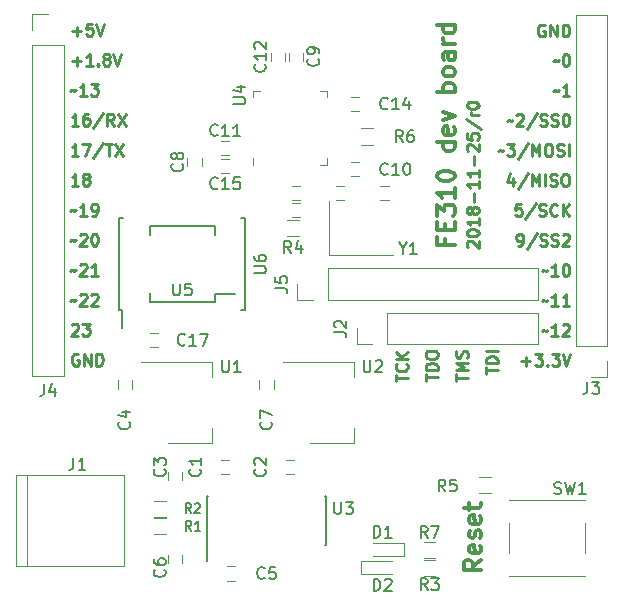
<source format=gbr>
G04 #@! TF.GenerationSoftware,KiCad,Pcbnew,(5.0.1-3-g963ef8bb5)*
G04 #@! TF.CreationDate,2018-11-25T15:30:40-05:00*
G04 #@! TF.ProjectId,fe310-dev,66653331302D6465762E6B696361645F,rev?*
G04 #@! TF.SameCoordinates,Original*
G04 #@! TF.FileFunction,Legend,Top*
G04 #@! TF.FilePolarity,Positive*
%FSLAX46Y46*%
G04 Gerber Fmt 4.6, Leading zero omitted, Abs format (unit mm)*
G04 Created by KiCad (PCBNEW (5.0.1-3-g963ef8bb5)) date Sunday, November 25, 2018 at 03:30:40 PM*
%MOMM*%
%LPD*%
G01*
G04 APERTURE LIST*
%ADD10C,0.250000*%
%ADD11C,0.300000*%
%ADD12C,0.150000*%
%ADD13C,0.120000*%
G04 APERTURE END LIST*
D10*
X57547619Y-35397023D02*
X57500000Y-35349404D01*
X57452380Y-35254166D01*
X57452380Y-35016071D01*
X57500000Y-34920833D01*
X57547619Y-34873214D01*
X57642857Y-34825595D01*
X57738095Y-34825595D01*
X57880952Y-34873214D01*
X58452380Y-35444642D01*
X58452380Y-34825595D01*
X57452380Y-34206547D02*
X57452380Y-34111309D01*
X57500000Y-34016071D01*
X57547619Y-33968452D01*
X57642857Y-33920833D01*
X57833333Y-33873214D01*
X58071428Y-33873214D01*
X58261904Y-33920833D01*
X58357142Y-33968452D01*
X58404761Y-34016071D01*
X58452380Y-34111309D01*
X58452380Y-34206547D01*
X58404761Y-34301785D01*
X58357142Y-34349404D01*
X58261904Y-34397023D01*
X58071428Y-34444642D01*
X57833333Y-34444642D01*
X57642857Y-34397023D01*
X57547619Y-34349404D01*
X57500000Y-34301785D01*
X57452380Y-34206547D01*
X58452380Y-32920833D02*
X58452380Y-33492261D01*
X58452380Y-33206547D02*
X57452380Y-33206547D01*
X57595238Y-33301785D01*
X57690476Y-33397023D01*
X57738095Y-33492261D01*
X57880952Y-32349404D02*
X57833333Y-32444642D01*
X57785714Y-32492261D01*
X57690476Y-32539880D01*
X57642857Y-32539880D01*
X57547619Y-32492261D01*
X57500000Y-32444642D01*
X57452380Y-32349404D01*
X57452380Y-32158928D01*
X57500000Y-32063690D01*
X57547619Y-32016071D01*
X57642857Y-31968452D01*
X57690476Y-31968452D01*
X57785714Y-32016071D01*
X57833333Y-32063690D01*
X57880952Y-32158928D01*
X57880952Y-32349404D01*
X57928571Y-32444642D01*
X57976190Y-32492261D01*
X58071428Y-32539880D01*
X58261904Y-32539880D01*
X58357142Y-32492261D01*
X58404761Y-32444642D01*
X58452380Y-32349404D01*
X58452380Y-32158928D01*
X58404761Y-32063690D01*
X58357142Y-32016071D01*
X58261904Y-31968452D01*
X58071428Y-31968452D01*
X57976190Y-32016071D01*
X57928571Y-32063690D01*
X57880952Y-32158928D01*
X58071428Y-31539880D02*
X58071428Y-30777976D01*
X58452380Y-29777976D02*
X58452380Y-30349404D01*
X58452380Y-30063690D02*
X57452380Y-30063690D01*
X57595238Y-30158928D01*
X57690476Y-30254166D01*
X57738095Y-30349404D01*
X58452380Y-28825595D02*
X58452380Y-29397023D01*
X58452380Y-29111309D02*
X57452380Y-29111309D01*
X57595238Y-29206547D01*
X57690476Y-29301785D01*
X57738095Y-29397023D01*
X58071428Y-28397023D02*
X58071428Y-27635119D01*
X57547619Y-27206547D02*
X57500000Y-27158928D01*
X57452380Y-27063690D01*
X57452380Y-26825595D01*
X57500000Y-26730357D01*
X57547619Y-26682738D01*
X57642857Y-26635119D01*
X57738095Y-26635119D01*
X57880952Y-26682738D01*
X58452380Y-27254166D01*
X58452380Y-26635119D01*
X57452380Y-25730357D02*
X57452380Y-26206547D01*
X57928571Y-26254166D01*
X57880952Y-26206547D01*
X57833333Y-26111309D01*
X57833333Y-25873214D01*
X57880952Y-25777976D01*
X57928571Y-25730357D01*
X58023809Y-25682738D01*
X58261904Y-25682738D01*
X58357142Y-25730357D01*
X58404761Y-25777976D01*
X58452380Y-25873214D01*
X58452380Y-26111309D01*
X58404761Y-26206547D01*
X58357142Y-26254166D01*
X57404761Y-24539880D02*
X58690476Y-25397023D01*
X58452380Y-24206547D02*
X57785714Y-24206547D01*
X57976190Y-24206547D02*
X57880952Y-24158928D01*
X57833333Y-24111309D01*
X57785714Y-24016071D01*
X57785714Y-23920833D01*
X57452380Y-23397023D02*
X57452380Y-23301785D01*
X57500000Y-23206547D01*
X57547619Y-23158928D01*
X57642857Y-23111309D01*
X57833333Y-23063690D01*
X58071428Y-23063690D01*
X58261904Y-23111309D01*
X58357142Y-23158928D01*
X58404761Y-23206547D01*
X58452380Y-23301785D01*
X58452380Y-23397023D01*
X58404761Y-23492261D01*
X58357142Y-23539880D01*
X58261904Y-23587500D01*
X58071428Y-23635119D01*
X57833333Y-23635119D01*
X57642857Y-23587500D01*
X57547619Y-23539880D01*
X57500000Y-23492261D01*
X57452380Y-23397023D01*
D11*
X55642857Y-34697857D02*
X55642857Y-35197857D01*
X56428571Y-35197857D02*
X54928571Y-35197857D01*
X54928571Y-34483571D01*
X55642857Y-33912142D02*
X55642857Y-33412142D01*
X56428571Y-33197857D02*
X56428571Y-33912142D01*
X54928571Y-33912142D01*
X54928571Y-33197857D01*
X54928571Y-32697857D02*
X54928571Y-31769285D01*
X55500000Y-32269285D01*
X55500000Y-32055000D01*
X55571428Y-31912142D01*
X55642857Y-31840714D01*
X55785714Y-31769285D01*
X56142857Y-31769285D01*
X56285714Y-31840714D01*
X56357142Y-31912142D01*
X56428571Y-32055000D01*
X56428571Y-32483571D01*
X56357142Y-32626428D01*
X56285714Y-32697857D01*
X56428571Y-30340714D02*
X56428571Y-31197857D01*
X56428571Y-30769285D02*
X54928571Y-30769285D01*
X55142857Y-30912142D01*
X55285714Y-31055000D01*
X55357142Y-31197857D01*
X54928571Y-29412142D02*
X54928571Y-29269285D01*
X55000000Y-29126428D01*
X55071428Y-29055000D01*
X55214285Y-28983571D01*
X55500000Y-28912142D01*
X55857142Y-28912142D01*
X56142857Y-28983571D01*
X56285714Y-29055000D01*
X56357142Y-29126428D01*
X56428571Y-29269285D01*
X56428571Y-29412142D01*
X56357142Y-29555000D01*
X56285714Y-29626428D01*
X56142857Y-29697857D01*
X55857142Y-29769285D01*
X55500000Y-29769285D01*
X55214285Y-29697857D01*
X55071428Y-29626428D01*
X55000000Y-29555000D01*
X54928571Y-29412142D01*
X56428571Y-26483571D02*
X54928571Y-26483571D01*
X56357142Y-26483571D02*
X56428571Y-26626428D01*
X56428571Y-26912142D01*
X56357142Y-27055000D01*
X56285714Y-27126428D01*
X56142857Y-27197857D01*
X55714285Y-27197857D01*
X55571428Y-27126428D01*
X55500000Y-27055000D01*
X55428571Y-26912142D01*
X55428571Y-26626428D01*
X55500000Y-26483571D01*
X56357142Y-25197857D02*
X56428571Y-25340714D01*
X56428571Y-25626428D01*
X56357142Y-25769285D01*
X56214285Y-25840714D01*
X55642857Y-25840714D01*
X55500000Y-25769285D01*
X55428571Y-25626428D01*
X55428571Y-25340714D01*
X55500000Y-25197857D01*
X55642857Y-25126428D01*
X55785714Y-25126428D01*
X55928571Y-25840714D01*
X55428571Y-24626428D02*
X56428571Y-24269285D01*
X55428571Y-23912142D01*
X56428571Y-22197857D02*
X54928571Y-22197857D01*
X55500000Y-22197857D02*
X55428571Y-22055000D01*
X55428571Y-21769285D01*
X55500000Y-21626428D01*
X55571428Y-21555000D01*
X55714285Y-21483571D01*
X56142857Y-21483571D01*
X56285714Y-21555000D01*
X56357142Y-21626428D01*
X56428571Y-21769285D01*
X56428571Y-22055000D01*
X56357142Y-22197857D01*
X56428571Y-20626428D02*
X56357142Y-20769285D01*
X56285714Y-20840714D01*
X56142857Y-20912142D01*
X55714285Y-20912142D01*
X55571428Y-20840714D01*
X55500000Y-20769285D01*
X55428571Y-20626428D01*
X55428571Y-20412142D01*
X55500000Y-20269285D01*
X55571428Y-20197857D01*
X55714285Y-20126428D01*
X56142857Y-20126428D01*
X56285714Y-20197857D01*
X56357142Y-20269285D01*
X56428571Y-20412142D01*
X56428571Y-20626428D01*
X56428571Y-18840714D02*
X55642857Y-18840714D01*
X55500000Y-18912142D01*
X55428571Y-19055000D01*
X55428571Y-19340714D01*
X55500000Y-19483571D01*
X56357142Y-18840714D02*
X56428571Y-18983571D01*
X56428571Y-19340714D01*
X56357142Y-19483571D01*
X56214285Y-19555000D01*
X56071428Y-19555000D01*
X55928571Y-19483571D01*
X55857142Y-19340714D01*
X55857142Y-18983571D01*
X55785714Y-18840714D01*
X56428571Y-18126428D02*
X55428571Y-18126428D01*
X55714285Y-18126428D02*
X55571428Y-18055000D01*
X55500000Y-17983571D01*
X55428571Y-17840714D01*
X55428571Y-17697857D01*
X56428571Y-16555000D02*
X54928571Y-16555000D01*
X56357142Y-16555000D02*
X56428571Y-16697857D01*
X56428571Y-16983571D01*
X56357142Y-17126428D01*
X56285714Y-17197857D01*
X56142857Y-17269285D01*
X55714285Y-17269285D01*
X55571428Y-17197857D01*
X55500000Y-17126428D01*
X55428571Y-16983571D01*
X55428571Y-16697857D01*
X55500000Y-16555000D01*
D10*
X59062380Y-46095357D02*
X59062380Y-45523928D01*
X60062380Y-45809642D02*
X59062380Y-45809642D01*
X60062380Y-45190595D02*
X59062380Y-45190595D01*
X59062380Y-44952500D01*
X59110000Y-44809642D01*
X59205238Y-44714404D01*
X59300476Y-44666785D01*
X59490952Y-44619166D01*
X59633809Y-44619166D01*
X59824285Y-44666785D01*
X59919523Y-44714404D01*
X60014761Y-44809642D01*
X60062380Y-44952500D01*
X60062380Y-45190595D01*
X60062380Y-44190595D02*
X59062380Y-44190595D01*
X56522380Y-46714404D02*
X56522380Y-46142976D01*
X57522380Y-46428690D02*
X56522380Y-46428690D01*
X57522380Y-45809642D02*
X56522380Y-45809642D01*
X57236666Y-45476309D01*
X56522380Y-45142976D01*
X57522380Y-45142976D01*
X57474761Y-44714404D02*
X57522380Y-44571547D01*
X57522380Y-44333452D01*
X57474761Y-44238214D01*
X57427142Y-44190595D01*
X57331904Y-44142976D01*
X57236666Y-44142976D01*
X57141428Y-44190595D01*
X57093809Y-44238214D01*
X57046190Y-44333452D01*
X56998571Y-44523928D01*
X56950952Y-44619166D01*
X56903333Y-44666785D01*
X56808095Y-44714404D01*
X56712857Y-44714404D01*
X56617619Y-44666785D01*
X56570000Y-44619166D01*
X56522380Y-44523928D01*
X56522380Y-44285833D01*
X56570000Y-44142976D01*
X53982380Y-46666785D02*
X53982380Y-46095357D01*
X54982380Y-46381071D02*
X53982380Y-46381071D01*
X54982380Y-45762023D02*
X53982380Y-45762023D01*
X53982380Y-45523928D01*
X54030000Y-45381071D01*
X54125238Y-45285833D01*
X54220476Y-45238214D01*
X54410952Y-45190595D01*
X54553809Y-45190595D01*
X54744285Y-45238214D01*
X54839523Y-45285833D01*
X54934761Y-45381071D01*
X54982380Y-45523928D01*
X54982380Y-45762023D01*
X53982380Y-44571547D02*
X53982380Y-44381071D01*
X54030000Y-44285833D01*
X54125238Y-44190595D01*
X54315714Y-44142976D01*
X54649047Y-44142976D01*
X54839523Y-44190595D01*
X54934761Y-44285833D01*
X54982380Y-44381071D01*
X54982380Y-44571547D01*
X54934761Y-44666785D01*
X54839523Y-44762023D01*
X54649047Y-44809642D01*
X54315714Y-44809642D01*
X54125238Y-44762023D01*
X54030000Y-44666785D01*
X53982380Y-44571547D01*
X51442380Y-46729166D02*
X51442380Y-46157738D01*
X52442380Y-46443452D02*
X51442380Y-46443452D01*
X52347142Y-45252976D02*
X52394761Y-45300595D01*
X52442380Y-45443452D01*
X52442380Y-45538690D01*
X52394761Y-45681547D01*
X52299523Y-45776785D01*
X52204285Y-45824404D01*
X52013809Y-45872023D01*
X51870952Y-45872023D01*
X51680476Y-45824404D01*
X51585238Y-45776785D01*
X51490000Y-45681547D01*
X51442380Y-45538690D01*
X51442380Y-45443452D01*
X51490000Y-45300595D01*
X51537619Y-45252976D01*
X52442380Y-44824404D02*
X51442380Y-44824404D01*
X52442380Y-44252976D02*
X51870952Y-44681547D01*
X51442380Y-44252976D02*
X52013809Y-44824404D01*
X62085404Y-45029428D02*
X62847309Y-45029428D01*
X62466357Y-45410380D02*
X62466357Y-44648476D01*
X63228261Y-44410380D02*
X63847309Y-44410380D01*
X63513976Y-44791333D01*
X63656833Y-44791333D01*
X63752071Y-44838952D01*
X63799690Y-44886571D01*
X63847309Y-44981809D01*
X63847309Y-45219904D01*
X63799690Y-45315142D01*
X63752071Y-45362761D01*
X63656833Y-45410380D01*
X63371119Y-45410380D01*
X63275880Y-45362761D01*
X63228261Y-45315142D01*
X64275880Y-45315142D02*
X64323500Y-45362761D01*
X64275880Y-45410380D01*
X64228261Y-45362761D01*
X64275880Y-45315142D01*
X64275880Y-45410380D01*
X64656833Y-44410380D02*
X65275880Y-44410380D01*
X64942547Y-44791333D01*
X65085404Y-44791333D01*
X65180642Y-44838952D01*
X65228261Y-44886571D01*
X65275880Y-44981809D01*
X65275880Y-45219904D01*
X65228261Y-45315142D01*
X65180642Y-45362761D01*
X65085404Y-45410380D01*
X64799690Y-45410380D01*
X64704452Y-45362761D01*
X64656833Y-45315142D01*
X65561595Y-44410380D02*
X65894928Y-45410380D01*
X66228261Y-44410380D01*
X24564404Y-27612380D02*
X23992976Y-27612380D01*
X24278690Y-27612380D02*
X24278690Y-26612380D01*
X24183452Y-26755238D01*
X24088214Y-26850476D01*
X23992976Y-26898095D01*
X24897738Y-26612380D02*
X25564404Y-26612380D01*
X25135833Y-27612380D01*
X26659642Y-26564761D02*
X25802500Y-27850476D01*
X26850119Y-26612380D02*
X27421547Y-26612380D01*
X27135833Y-27612380D02*
X27135833Y-26612380D01*
X27659642Y-26612380D02*
X28326309Y-27612380D01*
X28326309Y-26612380D02*
X27659642Y-27612380D01*
X24564404Y-25072380D02*
X23992976Y-25072380D01*
X24278690Y-25072380D02*
X24278690Y-24072380D01*
X24183452Y-24215238D01*
X24088214Y-24310476D01*
X23992976Y-24358095D01*
X25421547Y-24072380D02*
X25231071Y-24072380D01*
X25135833Y-24120000D01*
X25088214Y-24167619D01*
X24992976Y-24310476D01*
X24945357Y-24500952D01*
X24945357Y-24881904D01*
X24992976Y-24977142D01*
X25040595Y-25024761D01*
X25135833Y-25072380D01*
X25326309Y-25072380D01*
X25421547Y-25024761D01*
X25469166Y-24977142D01*
X25516785Y-24881904D01*
X25516785Y-24643809D01*
X25469166Y-24548571D01*
X25421547Y-24500952D01*
X25326309Y-24453333D01*
X25135833Y-24453333D01*
X25040595Y-24500952D01*
X24992976Y-24548571D01*
X24945357Y-24643809D01*
X26659642Y-24024761D02*
X25802500Y-25310476D01*
X27564404Y-25072380D02*
X27231071Y-24596190D01*
X26992976Y-25072380D02*
X26992976Y-24072380D01*
X27373928Y-24072380D01*
X27469166Y-24120000D01*
X27516785Y-24167619D01*
X27564404Y-24262857D01*
X27564404Y-24405714D01*
X27516785Y-24500952D01*
X27469166Y-24548571D01*
X27373928Y-24596190D01*
X26992976Y-24596190D01*
X27897738Y-24072380D02*
X28564404Y-25072380D01*
X28564404Y-24072380D02*
X27897738Y-25072380D01*
X24564404Y-44440000D02*
X24469166Y-44392380D01*
X24326309Y-44392380D01*
X24183452Y-44440000D01*
X24088214Y-44535238D01*
X24040595Y-44630476D01*
X23992976Y-44820952D01*
X23992976Y-44963809D01*
X24040595Y-45154285D01*
X24088214Y-45249523D01*
X24183452Y-45344761D01*
X24326309Y-45392380D01*
X24421547Y-45392380D01*
X24564404Y-45344761D01*
X24612023Y-45297142D01*
X24612023Y-44963809D01*
X24421547Y-44963809D01*
X25040595Y-45392380D02*
X25040595Y-44392380D01*
X25612023Y-45392380D01*
X25612023Y-44392380D01*
X26088214Y-45392380D02*
X26088214Y-44392380D01*
X26326309Y-44392380D01*
X26469166Y-44440000D01*
X26564404Y-44535238D01*
X26612023Y-44630476D01*
X26659642Y-44820952D01*
X26659642Y-44963809D01*
X26612023Y-45154285D01*
X26564404Y-45249523D01*
X26469166Y-45344761D01*
X26326309Y-45392380D01*
X26088214Y-45392380D01*
X23992976Y-41947619D02*
X24040595Y-41900000D01*
X24135833Y-41852380D01*
X24373928Y-41852380D01*
X24469166Y-41900000D01*
X24516785Y-41947619D01*
X24564404Y-42042857D01*
X24564404Y-42138095D01*
X24516785Y-42280952D01*
X23945357Y-42852380D01*
X24564404Y-42852380D01*
X24897738Y-41852380D02*
X25516785Y-41852380D01*
X25183452Y-42233333D01*
X25326309Y-42233333D01*
X25421547Y-42280952D01*
X25469166Y-42328571D01*
X25516785Y-42423809D01*
X25516785Y-42661904D01*
X25469166Y-42757142D01*
X25421547Y-42804761D01*
X25326309Y-42852380D01*
X25040595Y-42852380D01*
X24945357Y-42804761D01*
X24897738Y-42757142D01*
X23897738Y-39931428D02*
X23945357Y-39883809D01*
X24040595Y-39836190D01*
X24231071Y-39931428D01*
X24326309Y-39883809D01*
X24373928Y-39836190D01*
X24707261Y-39407619D02*
X24754880Y-39360000D01*
X24850119Y-39312380D01*
X25088214Y-39312380D01*
X25183452Y-39360000D01*
X25231071Y-39407619D01*
X25278690Y-39502857D01*
X25278690Y-39598095D01*
X25231071Y-39740952D01*
X24659642Y-40312380D01*
X25278690Y-40312380D01*
X25659642Y-39407619D02*
X25707261Y-39360000D01*
X25802500Y-39312380D01*
X26040595Y-39312380D01*
X26135833Y-39360000D01*
X26183452Y-39407619D01*
X26231071Y-39502857D01*
X26231071Y-39598095D01*
X26183452Y-39740952D01*
X25612023Y-40312380D01*
X26231071Y-40312380D01*
X23897738Y-37391428D02*
X23945357Y-37343809D01*
X24040595Y-37296190D01*
X24231071Y-37391428D01*
X24326309Y-37343809D01*
X24373928Y-37296190D01*
X24707261Y-36867619D02*
X24754880Y-36820000D01*
X24850119Y-36772380D01*
X25088214Y-36772380D01*
X25183452Y-36820000D01*
X25231071Y-36867619D01*
X25278690Y-36962857D01*
X25278690Y-37058095D01*
X25231071Y-37200952D01*
X24659642Y-37772380D01*
X25278690Y-37772380D01*
X26231071Y-37772380D02*
X25659642Y-37772380D01*
X25945357Y-37772380D02*
X25945357Y-36772380D01*
X25850119Y-36915238D01*
X25754880Y-37010476D01*
X25659642Y-37058095D01*
X23897738Y-34851428D02*
X23945357Y-34803809D01*
X24040595Y-34756190D01*
X24231071Y-34851428D01*
X24326309Y-34803809D01*
X24373928Y-34756190D01*
X24707261Y-34327619D02*
X24754880Y-34280000D01*
X24850119Y-34232380D01*
X25088214Y-34232380D01*
X25183452Y-34280000D01*
X25231071Y-34327619D01*
X25278690Y-34422857D01*
X25278690Y-34518095D01*
X25231071Y-34660952D01*
X24659642Y-35232380D01*
X25278690Y-35232380D01*
X25897738Y-34232380D02*
X25992976Y-34232380D01*
X26088214Y-34280000D01*
X26135833Y-34327619D01*
X26183452Y-34422857D01*
X26231071Y-34613333D01*
X26231071Y-34851428D01*
X26183452Y-35041904D01*
X26135833Y-35137142D01*
X26088214Y-35184761D01*
X25992976Y-35232380D01*
X25897738Y-35232380D01*
X25802500Y-35184761D01*
X25754880Y-35137142D01*
X25707261Y-35041904D01*
X25659642Y-34851428D01*
X25659642Y-34613333D01*
X25707261Y-34422857D01*
X25754880Y-34327619D01*
X25802500Y-34280000D01*
X25897738Y-34232380D01*
X23897738Y-32311428D02*
X23945357Y-32263809D01*
X24040595Y-32216190D01*
X24231071Y-32311428D01*
X24326309Y-32263809D01*
X24373928Y-32216190D01*
X25278690Y-32692380D02*
X24707261Y-32692380D01*
X24992976Y-32692380D02*
X24992976Y-31692380D01*
X24897738Y-31835238D01*
X24802500Y-31930476D01*
X24707261Y-31978095D01*
X25754880Y-32692380D02*
X25945357Y-32692380D01*
X26040595Y-32644761D01*
X26088214Y-32597142D01*
X26183452Y-32454285D01*
X26231071Y-32263809D01*
X26231071Y-31882857D01*
X26183452Y-31787619D01*
X26135833Y-31740000D01*
X26040595Y-31692380D01*
X25850119Y-31692380D01*
X25754880Y-31740000D01*
X25707261Y-31787619D01*
X25659642Y-31882857D01*
X25659642Y-32120952D01*
X25707261Y-32216190D01*
X25754880Y-32263809D01*
X25850119Y-32311428D01*
X26040595Y-32311428D01*
X26135833Y-32263809D01*
X26183452Y-32216190D01*
X26231071Y-32120952D01*
X24564404Y-30152380D02*
X23992976Y-30152380D01*
X24278690Y-30152380D02*
X24278690Y-29152380D01*
X24183452Y-29295238D01*
X24088214Y-29390476D01*
X23992976Y-29438095D01*
X25135833Y-29580952D02*
X25040595Y-29533333D01*
X24992976Y-29485714D01*
X24945357Y-29390476D01*
X24945357Y-29342857D01*
X24992976Y-29247619D01*
X25040595Y-29200000D01*
X25135833Y-29152380D01*
X25326309Y-29152380D01*
X25421547Y-29200000D01*
X25469166Y-29247619D01*
X25516785Y-29342857D01*
X25516785Y-29390476D01*
X25469166Y-29485714D01*
X25421547Y-29533333D01*
X25326309Y-29580952D01*
X25135833Y-29580952D01*
X25040595Y-29628571D01*
X24992976Y-29676190D01*
X24945357Y-29771428D01*
X24945357Y-29961904D01*
X24992976Y-30057142D01*
X25040595Y-30104761D01*
X25135833Y-30152380D01*
X25326309Y-30152380D01*
X25421547Y-30104761D01*
X25469166Y-30057142D01*
X25516785Y-29961904D01*
X25516785Y-29771428D01*
X25469166Y-29676190D01*
X25421547Y-29628571D01*
X25326309Y-29580952D01*
X23897738Y-22151428D02*
X23945357Y-22103809D01*
X24040595Y-22056190D01*
X24231071Y-22151428D01*
X24326309Y-22103809D01*
X24373928Y-22056190D01*
X25278690Y-22532380D02*
X24707261Y-22532380D01*
X24992976Y-22532380D02*
X24992976Y-21532380D01*
X24897738Y-21675238D01*
X24802500Y-21770476D01*
X24707261Y-21818095D01*
X25612023Y-21532380D02*
X26231071Y-21532380D01*
X25897738Y-21913333D01*
X26040595Y-21913333D01*
X26135833Y-21960952D01*
X26183452Y-22008571D01*
X26231071Y-22103809D01*
X26231071Y-22341904D01*
X26183452Y-22437142D01*
X26135833Y-22484761D01*
X26040595Y-22532380D01*
X25754880Y-22532380D01*
X25659642Y-22484761D01*
X25612023Y-22437142D01*
X24040595Y-19611428D02*
X24802500Y-19611428D01*
X24421547Y-19992380D02*
X24421547Y-19230476D01*
X25802500Y-19992380D02*
X25231071Y-19992380D01*
X25516785Y-19992380D02*
X25516785Y-18992380D01*
X25421547Y-19135238D01*
X25326309Y-19230476D01*
X25231071Y-19278095D01*
X26231071Y-19897142D02*
X26278690Y-19944761D01*
X26231071Y-19992380D01*
X26183452Y-19944761D01*
X26231071Y-19897142D01*
X26231071Y-19992380D01*
X26850119Y-19420952D02*
X26754880Y-19373333D01*
X26707261Y-19325714D01*
X26659642Y-19230476D01*
X26659642Y-19182857D01*
X26707261Y-19087619D01*
X26754880Y-19040000D01*
X26850119Y-18992380D01*
X27040595Y-18992380D01*
X27135833Y-19040000D01*
X27183452Y-19087619D01*
X27231071Y-19182857D01*
X27231071Y-19230476D01*
X27183452Y-19325714D01*
X27135833Y-19373333D01*
X27040595Y-19420952D01*
X26850119Y-19420952D01*
X26754880Y-19468571D01*
X26707261Y-19516190D01*
X26659642Y-19611428D01*
X26659642Y-19801904D01*
X26707261Y-19897142D01*
X26754880Y-19944761D01*
X26850119Y-19992380D01*
X27040595Y-19992380D01*
X27135833Y-19944761D01*
X27183452Y-19897142D01*
X27231071Y-19801904D01*
X27231071Y-19611428D01*
X27183452Y-19516190D01*
X27135833Y-19468571D01*
X27040595Y-19420952D01*
X27516785Y-18992380D02*
X27850119Y-19992380D01*
X28183452Y-18992380D01*
X24040595Y-17071428D02*
X24802500Y-17071428D01*
X24421547Y-17452380D02*
X24421547Y-16690476D01*
X25754880Y-16452380D02*
X25278690Y-16452380D01*
X25231071Y-16928571D01*
X25278690Y-16880952D01*
X25373928Y-16833333D01*
X25612023Y-16833333D01*
X25707261Y-16880952D01*
X25754880Y-16928571D01*
X25802500Y-17023809D01*
X25802500Y-17261904D01*
X25754880Y-17357142D01*
X25707261Y-17404761D01*
X25612023Y-17452380D01*
X25373928Y-17452380D01*
X25278690Y-17404761D01*
X25231071Y-17357142D01*
X26088214Y-16452380D02*
X26421547Y-17452380D01*
X26754880Y-16452380D01*
X63799690Y-42489428D02*
X63847309Y-42441809D01*
X63942547Y-42394190D01*
X64133023Y-42489428D01*
X64228261Y-42441809D01*
X64275880Y-42394190D01*
X65180642Y-42870380D02*
X64609214Y-42870380D01*
X64894928Y-42870380D02*
X64894928Y-41870380D01*
X64799690Y-42013238D01*
X64704452Y-42108476D01*
X64609214Y-42156095D01*
X65561595Y-41965619D02*
X65609214Y-41918000D01*
X65704452Y-41870380D01*
X65942547Y-41870380D01*
X66037785Y-41918000D01*
X66085404Y-41965619D01*
X66133023Y-42060857D01*
X66133023Y-42156095D01*
X66085404Y-42298952D01*
X65513976Y-42870380D01*
X66133023Y-42870380D01*
X63799690Y-39949428D02*
X63847309Y-39901809D01*
X63942547Y-39854190D01*
X64133023Y-39949428D01*
X64228261Y-39901809D01*
X64275880Y-39854190D01*
X65180642Y-40330380D02*
X64609214Y-40330380D01*
X64894928Y-40330380D02*
X64894928Y-39330380D01*
X64799690Y-39473238D01*
X64704452Y-39568476D01*
X64609214Y-39616095D01*
X66133023Y-40330380D02*
X65561595Y-40330380D01*
X65847309Y-40330380D02*
X65847309Y-39330380D01*
X65752071Y-39473238D01*
X65656833Y-39568476D01*
X65561595Y-39616095D01*
X63799690Y-37409428D02*
X63847309Y-37361809D01*
X63942547Y-37314190D01*
X64133023Y-37409428D01*
X64228261Y-37361809D01*
X64275880Y-37314190D01*
X65180642Y-37790380D02*
X64609214Y-37790380D01*
X64894928Y-37790380D02*
X64894928Y-36790380D01*
X64799690Y-36933238D01*
X64704452Y-37028476D01*
X64609214Y-37076095D01*
X65799690Y-36790380D02*
X65894928Y-36790380D01*
X65990166Y-36838000D01*
X66037785Y-36885619D01*
X66085404Y-36980857D01*
X66133023Y-37171333D01*
X66133023Y-37409428D01*
X66085404Y-37599904D01*
X66037785Y-37695142D01*
X65990166Y-37742761D01*
X65894928Y-37790380D01*
X65799690Y-37790380D01*
X65704452Y-37742761D01*
X65656833Y-37695142D01*
X65609214Y-37599904D01*
X65561595Y-37409428D01*
X65561595Y-37171333D01*
X65609214Y-36980857D01*
X65656833Y-36885619D01*
X65704452Y-36838000D01*
X65799690Y-36790380D01*
X61752071Y-35250380D02*
X61942547Y-35250380D01*
X62037785Y-35202761D01*
X62085404Y-35155142D01*
X62180642Y-35012285D01*
X62228261Y-34821809D01*
X62228261Y-34440857D01*
X62180642Y-34345619D01*
X62133023Y-34298000D01*
X62037785Y-34250380D01*
X61847309Y-34250380D01*
X61752071Y-34298000D01*
X61704452Y-34345619D01*
X61656833Y-34440857D01*
X61656833Y-34678952D01*
X61704452Y-34774190D01*
X61752071Y-34821809D01*
X61847309Y-34869428D01*
X62037785Y-34869428D01*
X62133023Y-34821809D01*
X62180642Y-34774190D01*
X62228261Y-34678952D01*
X63371119Y-34202761D02*
X62513976Y-35488476D01*
X63656833Y-35202761D02*
X63799690Y-35250380D01*
X64037785Y-35250380D01*
X64133023Y-35202761D01*
X64180642Y-35155142D01*
X64228261Y-35059904D01*
X64228261Y-34964666D01*
X64180642Y-34869428D01*
X64133023Y-34821809D01*
X64037785Y-34774190D01*
X63847309Y-34726571D01*
X63752071Y-34678952D01*
X63704452Y-34631333D01*
X63656833Y-34536095D01*
X63656833Y-34440857D01*
X63704452Y-34345619D01*
X63752071Y-34298000D01*
X63847309Y-34250380D01*
X64085404Y-34250380D01*
X64228261Y-34298000D01*
X64609214Y-35202761D02*
X64752071Y-35250380D01*
X64990166Y-35250380D01*
X65085404Y-35202761D01*
X65133023Y-35155142D01*
X65180642Y-35059904D01*
X65180642Y-34964666D01*
X65133023Y-34869428D01*
X65085404Y-34821809D01*
X64990166Y-34774190D01*
X64799690Y-34726571D01*
X64704452Y-34678952D01*
X64656833Y-34631333D01*
X64609214Y-34536095D01*
X64609214Y-34440857D01*
X64656833Y-34345619D01*
X64704452Y-34298000D01*
X64799690Y-34250380D01*
X65037785Y-34250380D01*
X65180642Y-34298000D01*
X65561595Y-34345619D02*
X65609214Y-34298000D01*
X65704452Y-34250380D01*
X65942547Y-34250380D01*
X66037785Y-34298000D01*
X66085404Y-34345619D01*
X66133023Y-34440857D01*
X66133023Y-34536095D01*
X66085404Y-34678952D01*
X65513976Y-35250380D01*
X66133023Y-35250380D01*
X62085404Y-31710380D02*
X61609214Y-31710380D01*
X61561595Y-32186571D01*
X61609214Y-32138952D01*
X61704452Y-32091333D01*
X61942547Y-32091333D01*
X62037785Y-32138952D01*
X62085404Y-32186571D01*
X62133023Y-32281809D01*
X62133023Y-32519904D01*
X62085404Y-32615142D01*
X62037785Y-32662761D01*
X61942547Y-32710380D01*
X61704452Y-32710380D01*
X61609214Y-32662761D01*
X61561595Y-32615142D01*
X63275880Y-31662761D02*
X62418738Y-32948476D01*
X63561595Y-32662761D02*
X63704452Y-32710380D01*
X63942547Y-32710380D01*
X64037785Y-32662761D01*
X64085404Y-32615142D01*
X64133023Y-32519904D01*
X64133023Y-32424666D01*
X64085404Y-32329428D01*
X64037785Y-32281809D01*
X63942547Y-32234190D01*
X63752071Y-32186571D01*
X63656833Y-32138952D01*
X63609214Y-32091333D01*
X63561595Y-31996095D01*
X63561595Y-31900857D01*
X63609214Y-31805619D01*
X63656833Y-31758000D01*
X63752071Y-31710380D01*
X63990166Y-31710380D01*
X64133023Y-31758000D01*
X65133023Y-32615142D02*
X65085404Y-32662761D01*
X64942547Y-32710380D01*
X64847309Y-32710380D01*
X64704452Y-32662761D01*
X64609214Y-32567523D01*
X64561595Y-32472285D01*
X64513976Y-32281809D01*
X64513976Y-32138952D01*
X64561595Y-31948476D01*
X64609214Y-31853238D01*
X64704452Y-31758000D01*
X64847309Y-31710380D01*
X64942547Y-31710380D01*
X65085404Y-31758000D01*
X65133023Y-31805619D01*
X65561595Y-32710380D02*
X65561595Y-31710380D01*
X66133023Y-32710380D02*
X65704452Y-32138952D01*
X66133023Y-31710380D02*
X65561595Y-32281809D01*
X61371119Y-29503714D02*
X61371119Y-30170380D01*
X61133023Y-29122761D02*
X60894928Y-29837047D01*
X61513976Y-29837047D01*
X62609214Y-29122761D02*
X61752071Y-30408476D01*
X62942547Y-30170380D02*
X62942547Y-29170380D01*
X63275880Y-29884666D01*
X63609214Y-29170380D01*
X63609214Y-30170380D01*
X64085404Y-30170380D02*
X64085404Y-29170380D01*
X64513976Y-30122761D02*
X64656833Y-30170380D01*
X64894928Y-30170380D01*
X64990166Y-30122761D01*
X65037785Y-30075142D01*
X65085404Y-29979904D01*
X65085404Y-29884666D01*
X65037785Y-29789428D01*
X64990166Y-29741809D01*
X64894928Y-29694190D01*
X64704452Y-29646571D01*
X64609214Y-29598952D01*
X64561595Y-29551333D01*
X64513976Y-29456095D01*
X64513976Y-29360857D01*
X64561595Y-29265619D01*
X64609214Y-29218000D01*
X64704452Y-29170380D01*
X64942547Y-29170380D01*
X65085404Y-29218000D01*
X65704452Y-29170380D02*
X65894928Y-29170380D01*
X65990166Y-29218000D01*
X66085404Y-29313238D01*
X66133023Y-29503714D01*
X66133023Y-29837047D01*
X66085404Y-30027523D01*
X65990166Y-30122761D01*
X65894928Y-30170380D01*
X65704452Y-30170380D01*
X65609214Y-30122761D01*
X65513976Y-30027523D01*
X65466357Y-29837047D01*
X65466357Y-29503714D01*
X65513976Y-29313238D01*
X65609214Y-29218000D01*
X65704452Y-29170380D01*
X60085404Y-27249428D02*
X60133023Y-27201809D01*
X60228261Y-27154190D01*
X60418738Y-27249428D01*
X60513976Y-27201809D01*
X60561595Y-27154190D01*
X60847309Y-26630380D02*
X61466357Y-26630380D01*
X61133023Y-27011333D01*
X61275880Y-27011333D01*
X61371119Y-27058952D01*
X61418738Y-27106571D01*
X61466357Y-27201809D01*
X61466357Y-27439904D01*
X61418738Y-27535142D01*
X61371119Y-27582761D01*
X61275880Y-27630380D01*
X60990166Y-27630380D01*
X60894928Y-27582761D01*
X60847309Y-27535142D01*
X62609214Y-26582761D02*
X61752071Y-27868476D01*
X62942547Y-27630380D02*
X62942547Y-26630380D01*
X63275880Y-27344666D01*
X63609214Y-26630380D01*
X63609214Y-27630380D01*
X64275880Y-26630380D02*
X64466357Y-26630380D01*
X64561595Y-26678000D01*
X64656833Y-26773238D01*
X64704452Y-26963714D01*
X64704452Y-27297047D01*
X64656833Y-27487523D01*
X64561595Y-27582761D01*
X64466357Y-27630380D01*
X64275880Y-27630380D01*
X64180642Y-27582761D01*
X64085404Y-27487523D01*
X64037785Y-27297047D01*
X64037785Y-26963714D01*
X64085404Y-26773238D01*
X64180642Y-26678000D01*
X64275880Y-26630380D01*
X65085404Y-27582761D02*
X65228261Y-27630380D01*
X65466357Y-27630380D01*
X65561595Y-27582761D01*
X65609214Y-27535142D01*
X65656833Y-27439904D01*
X65656833Y-27344666D01*
X65609214Y-27249428D01*
X65561595Y-27201809D01*
X65466357Y-27154190D01*
X65275880Y-27106571D01*
X65180642Y-27058952D01*
X65133023Y-27011333D01*
X65085404Y-26916095D01*
X65085404Y-26820857D01*
X65133023Y-26725619D01*
X65180642Y-26678000D01*
X65275880Y-26630380D01*
X65513976Y-26630380D01*
X65656833Y-26678000D01*
X66085404Y-27630380D02*
X66085404Y-26630380D01*
X60847309Y-24709428D02*
X60894928Y-24661809D01*
X60990166Y-24614190D01*
X61180642Y-24709428D01*
X61275880Y-24661809D01*
X61323500Y-24614190D01*
X61656833Y-24185619D02*
X61704452Y-24138000D01*
X61799690Y-24090380D01*
X62037785Y-24090380D01*
X62133023Y-24138000D01*
X62180642Y-24185619D01*
X62228261Y-24280857D01*
X62228261Y-24376095D01*
X62180642Y-24518952D01*
X61609214Y-25090380D01*
X62228261Y-25090380D01*
X63371119Y-24042761D02*
X62513976Y-25328476D01*
X63656833Y-25042761D02*
X63799690Y-25090380D01*
X64037785Y-25090380D01*
X64133023Y-25042761D01*
X64180642Y-24995142D01*
X64228261Y-24899904D01*
X64228261Y-24804666D01*
X64180642Y-24709428D01*
X64133023Y-24661809D01*
X64037785Y-24614190D01*
X63847309Y-24566571D01*
X63752071Y-24518952D01*
X63704452Y-24471333D01*
X63656833Y-24376095D01*
X63656833Y-24280857D01*
X63704452Y-24185619D01*
X63752071Y-24138000D01*
X63847309Y-24090380D01*
X64085404Y-24090380D01*
X64228261Y-24138000D01*
X64609214Y-25042761D02*
X64752071Y-25090380D01*
X64990166Y-25090380D01*
X65085404Y-25042761D01*
X65133023Y-24995142D01*
X65180642Y-24899904D01*
X65180642Y-24804666D01*
X65133023Y-24709428D01*
X65085404Y-24661809D01*
X64990166Y-24614190D01*
X64799690Y-24566571D01*
X64704452Y-24518952D01*
X64656833Y-24471333D01*
X64609214Y-24376095D01*
X64609214Y-24280857D01*
X64656833Y-24185619D01*
X64704452Y-24138000D01*
X64799690Y-24090380D01*
X65037785Y-24090380D01*
X65180642Y-24138000D01*
X65799690Y-24090380D02*
X65894928Y-24090380D01*
X65990166Y-24138000D01*
X66037785Y-24185619D01*
X66085404Y-24280857D01*
X66133023Y-24471333D01*
X66133023Y-24709428D01*
X66085404Y-24899904D01*
X66037785Y-24995142D01*
X65990166Y-25042761D01*
X65894928Y-25090380D01*
X65799690Y-25090380D01*
X65704452Y-25042761D01*
X65656833Y-24995142D01*
X65609214Y-24899904D01*
X65561595Y-24709428D01*
X65561595Y-24471333D01*
X65609214Y-24280857D01*
X65656833Y-24185619D01*
X65704452Y-24138000D01*
X65799690Y-24090380D01*
X64752071Y-22169428D02*
X64799690Y-22121809D01*
X64894928Y-22074190D01*
X65085404Y-22169428D01*
X65180642Y-22121809D01*
X65228261Y-22074190D01*
X66133023Y-22550380D02*
X65561595Y-22550380D01*
X65847309Y-22550380D02*
X65847309Y-21550380D01*
X65752071Y-21693238D01*
X65656833Y-21788476D01*
X65561595Y-21836095D01*
X64752071Y-19629428D02*
X64799690Y-19581809D01*
X64894928Y-19534190D01*
X65085404Y-19629428D01*
X65180642Y-19581809D01*
X65228261Y-19534190D01*
X65799690Y-19010380D02*
X65894928Y-19010380D01*
X65990166Y-19058000D01*
X66037785Y-19105619D01*
X66085404Y-19200857D01*
X66133023Y-19391333D01*
X66133023Y-19629428D01*
X66085404Y-19819904D01*
X66037785Y-19915142D01*
X65990166Y-19962761D01*
X65894928Y-20010380D01*
X65799690Y-20010380D01*
X65704452Y-19962761D01*
X65656833Y-19915142D01*
X65609214Y-19819904D01*
X65561595Y-19629428D01*
X65561595Y-19391333D01*
X65609214Y-19200857D01*
X65656833Y-19105619D01*
X65704452Y-19058000D01*
X65799690Y-19010380D01*
X64037785Y-16575000D02*
X63942547Y-16527380D01*
X63799690Y-16527380D01*
X63656833Y-16575000D01*
X63561595Y-16670238D01*
X63513976Y-16765476D01*
X63466357Y-16955952D01*
X63466357Y-17098809D01*
X63513976Y-17289285D01*
X63561595Y-17384523D01*
X63656833Y-17479761D01*
X63799690Y-17527380D01*
X63894928Y-17527380D01*
X64037785Y-17479761D01*
X64085404Y-17432142D01*
X64085404Y-17098809D01*
X63894928Y-17098809D01*
X64513976Y-17527380D02*
X64513976Y-16527380D01*
X65085404Y-17527380D01*
X65085404Y-16527380D01*
X65561595Y-17527380D02*
X65561595Y-16527380D01*
X65799690Y-16527380D01*
X65942547Y-16575000D01*
X66037785Y-16670238D01*
X66085404Y-16765476D01*
X66133023Y-16955952D01*
X66133023Y-17098809D01*
X66085404Y-17289285D01*
X66037785Y-17384523D01*
X65942547Y-17479761D01*
X65799690Y-17527380D01*
X65561595Y-17527380D01*
D11*
X58678571Y-61857142D02*
X57964285Y-62357142D01*
X58678571Y-62714285D02*
X57178571Y-62714285D01*
X57178571Y-62142857D01*
X57250000Y-62000000D01*
X57321428Y-61928571D01*
X57464285Y-61857142D01*
X57678571Y-61857142D01*
X57821428Y-61928571D01*
X57892857Y-62000000D01*
X57964285Y-62142857D01*
X57964285Y-62714285D01*
X58607142Y-60642857D02*
X58678571Y-60785714D01*
X58678571Y-61071428D01*
X58607142Y-61214285D01*
X58464285Y-61285714D01*
X57892857Y-61285714D01*
X57750000Y-61214285D01*
X57678571Y-61071428D01*
X57678571Y-60785714D01*
X57750000Y-60642857D01*
X57892857Y-60571428D01*
X58035714Y-60571428D01*
X58178571Y-61285714D01*
X58607142Y-60000000D02*
X58678571Y-59857142D01*
X58678571Y-59571428D01*
X58607142Y-59428571D01*
X58464285Y-59357142D01*
X58392857Y-59357142D01*
X58250000Y-59428571D01*
X58178571Y-59571428D01*
X58178571Y-59785714D01*
X58107142Y-59928571D01*
X57964285Y-60000000D01*
X57892857Y-60000000D01*
X57750000Y-59928571D01*
X57678571Y-59785714D01*
X57678571Y-59571428D01*
X57750000Y-59428571D01*
X58607142Y-58142857D02*
X58678571Y-58285714D01*
X58678571Y-58571428D01*
X58607142Y-58714285D01*
X58464285Y-58785714D01*
X57892857Y-58785714D01*
X57750000Y-58714285D01*
X57678571Y-58571428D01*
X57678571Y-58285714D01*
X57750000Y-58142857D01*
X57892857Y-58071428D01*
X58035714Y-58071428D01*
X58178571Y-58785714D01*
X57678571Y-57642857D02*
X57678571Y-57071428D01*
X57178571Y-57428571D02*
X58464285Y-57428571D01*
X58607142Y-57357142D01*
X58678571Y-57214285D01*
X58678571Y-57071428D01*
D12*
G04 #@! TO.C,U6*
X28304297Y-40684920D02*
X28304297Y-42209920D01*
X38679297Y-40684920D02*
X38679297Y-32934920D01*
X28029297Y-40684920D02*
X28029297Y-32934920D01*
X38679297Y-40684920D02*
X38324297Y-40684920D01*
X38679297Y-32934920D02*
X38324297Y-32934920D01*
X28029297Y-32934920D02*
X28384297Y-32934920D01*
X28029297Y-40684920D02*
X28304297Y-40684920D01*
D13*
G04 #@! TO.C,C1*
X37350000Y-54600000D02*
X36650000Y-54600000D01*
X36650000Y-53400000D02*
X37350000Y-53400000D01*
G04 #@! TO.C,C2*
X42150000Y-53400000D02*
X42850000Y-53400000D01*
X42850000Y-54600000D02*
X42150000Y-54600000D01*
G04 #@! TO.C,C3*
X33350000Y-54400000D02*
X33350000Y-55100000D01*
X32150000Y-55100000D02*
X32150000Y-54400000D01*
G04 #@! TO.C,C4*
X29100000Y-46650000D02*
X29100000Y-47350000D01*
X27900000Y-47350000D02*
X27900000Y-46650000D01*
G04 #@! TO.C,C5*
X37150000Y-62400000D02*
X37850000Y-62400000D01*
X37850000Y-63600000D02*
X37150000Y-63600000D01*
G04 #@! TO.C,C6*
X33350000Y-61400000D02*
X33350000Y-62100000D01*
X32150000Y-62100000D02*
X32150000Y-61400000D01*
G04 #@! TO.C,C7*
X41100000Y-46650000D02*
X41100000Y-47350000D01*
X39900000Y-47350000D02*
X39900000Y-46650000D01*
G04 #@! TO.C,C8*
X35000000Y-27800000D02*
X35000000Y-28500000D01*
X33800000Y-28500000D02*
X33800000Y-27800000D01*
G04 #@! TO.C,C9*
X42400000Y-19600000D02*
X42400000Y-18900000D01*
X43600000Y-18900000D02*
X43600000Y-19600000D01*
G04 #@! TO.C,C10*
X47650000Y-28150000D02*
X48350000Y-28150000D01*
X48350000Y-29350000D02*
X47650000Y-29350000D01*
G04 #@! TO.C,C11*
X37350000Y-27600000D02*
X36650000Y-27600000D01*
X36650000Y-26400000D02*
X37350000Y-26400000D01*
G04 #@! TO.C,C12*
X42100000Y-18900000D02*
X42100000Y-19600000D01*
X40900000Y-19600000D02*
X40900000Y-18900000D01*
G04 #@! TO.C,C13*
X42650000Y-31650000D02*
X43350000Y-31650000D01*
X43350000Y-32850000D02*
X42650000Y-32850000D01*
G04 #@! TO.C,C14*
X48350000Y-23850000D02*
X47650000Y-23850000D01*
X47650000Y-22650000D02*
X48350000Y-22650000D01*
G04 #@! TO.C,C15*
X37350000Y-29100000D02*
X36650000Y-29100000D01*
X36650000Y-27900000D02*
X37350000Y-27900000D01*
G04 #@! TO.C,C16*
X43350000Y-31350000D02*
X42650000Y-31350000D01*
X42650000Y-30150000D02*
X43350000Y-30150000D01*
G04 #@! TO.C,C17*
X30650000Y-42600000D02*
X31350000Y-42600000D01*
X31350000Y-43800000D02*
X30650000Y-43800000D01*
G04 #@! TO.C,C18*
X50850000Y-31350000D02*
X50150000Y-31350000D01*
X50150000Y-30150000D02*
X50850000Y-30150000D01*
G04 #@! TO.C,C19*
X46400000Y-30150000D02*
X47100000Y-30150000D01*
X47100000Y-31350000D02*
X46400000Y-31350000D01*
G04 #@! TO.C,D1*
X48500000Y-61950000D02*
X51100000Y-61950000D01*
X48500000Y-63050000D02*
X51100000Y-63050000D01*
X48500000Y-61950000D02*
X48500000Y-63050000D01*
G04 #@! TO.C,J1*
X28450000Y-54650000D02*
X19250000Y-54650000D01*
X28450000Y-62350000D02*
X28450000Y-54650000D01*
X19250000Y-62350000D02*
X28450000Y-62350000D01*
X19250000Y-54650000D02*
X19250000Y-62350000D01*
X20250000Y-54650000D02*
X20250000Y-62350000D01*
G04 #@! TO.C,J2*
X48120000Y-43580000D02*
X48120000Y-42250000D01*
X49450000Y-43580000D02*
X48120000Y-43580000D01*
X50720000Y-43580000D02*
X50720000Y-40920000D01*
X50720000Y-40920000D02*
X63480000Y-40920000D01*
X50720000Y-43580000D02*
X63480000Y-43580000D01*
X63480000Y-43580000D02*
X63480000Y-40920000D01*
G04 #@! TO.C,J3*
X69330000Y-15730000D02*
X66670000Y-15730000D01*
X69330000Y-43730000D02*
X69330000Y-15730000D01*
X66670000Y-43730000D02*
X66670000Y-15730000D01*
X69330000Y-43730000D02*
X66670000Y-43730000D01*
X69330000Y-45000000D02*
X69330000Y-46330000D01*
X69330000Y-46330000D02*
X68000000Y-46330000D01*
G04 #@! TO.C,J4*
X20670000Y-15670000D02*
X22000000Y-15670000D01*
X20670000Y-17000000D02*
X20670000Y-15670000D01*
X20670000Y-18270000D02*
X23330000Y-18270000D01*
X23330000Y-18270000D02*
X23330000Y-46270000D01*
X20670000Y-18270000D02*
X20670000Y-46270000D01*
X20670000Y-46270000D02*
X23330000Y-46270000D01*
G04 #@! TO.C,J5*
X43070000Y-39830000D02*
X43070000Y-38500000D01*
X44400000Y-39830000D02*
X43070000Y-39830000D01*
X45670000Y-39830000D02*
X45670000Y-37170000D01*
X45670000Y-37170000D02*
X63510000Y-37170000D01*
X45670000Y-39830000D02*
X63510000Y-39830000D01*
X63510000Y-39830000D02*
X63510000Y-37170000D01*
G04 #@! TO.C,R1*
X32000000Y-59680000D02*
X31000000Y-59680000D01*
X31000000Y-58320000D02*
X32000000Y-58320000D01*
G04 #@! TO.C,R2*
X31000000Y-56820000D02*
X32000000Y-56820000D01*
X32000000Y-58180000D02*
X31000000Y-58180000D01*
G04 #@! TO.C,R3*
X53800000Y-61820000D02*
X54800000Y-61820000D01*
X54800000Y-63180000D02*
X53800000Y-63180000D01*
G04 #@! TO.C,R4*
X42250000Y-33070000D02*
X43250000Y-33070000D01*
X43250000Y-34430000D02*
X42250000Y-34430000D01*
G04 #@! TO.C,R5*
X58500000Y-54820000D02*
X59500000Y-54820000D01*
X59500000Y-56180000D02*
X58500000Y-56180000D01*
G04 #@! TO.C,R6*
X48500000Y-25320000D02*
X49500000Y-25320000D01*
X49500000Y-26680000D02*
X48500000Y-26680000D01*
G04 #@! TO.C,SW1*
X67480000Y-56770000D02*
X61020000Y-56770000D01*
X67480000Y-61300000D02*
X67480000Y-58700000D01*
X67480000Y-63230000D02*
X61020000Y-63230000D01*
X61020000Y-61300000D02*
X61020000Y-58700000D01*
X67480000Y-63200000D02*
X67480000Y-63230000D01*
X67480000Y-56770000D02*
X67480000Y-56800000D01*
X61020000Y-56770000D02*
X61020000Y-56800000D01*
X61020000Y-63230000D02*
X61020000Y-63200000D01*
G04 #@! TO.C,U1*
X35910000Y-51910000D02*
X35910000Y-50650000D01*
X35910000Y-45090000D02*
X35910000Y-46350000D01*
X32150000Y-51910000D02*
X35910000Y-51910000D01*
X29900000Y-45090000D02*
X35910000Y-45090000D01*
G04 #@! TO.C,U2*
X41900000Y-45090000D02*
X47910000Y-45090000D01*
X44150000Y-51910000D02*
X47910000Y-51910000D01*
X47910000Y-45090000D02*
X47910000Y-46350000D01*
X47910000Y-51910000D02*
X47910000Y-50650000D01*
D12*
G04 #@! TO.C,U3*
X35450000Y-60575000D02*
X35450000Y-61950000D01*
X45575000Y-60575000D02*
X45575000Y-56425000D01*
X35425000Y-60575000D02*
X35425000Y-56425000D01*
X45575000Y-60575000D02*
X45470000Y-60575000D01*
X45575000Y-56425000D02*
X45470000Y-56425000D01*
X35425000Y-56425000D02*
X35530000Y-56425000D01*
X35425000Y-60575000D02*
X35450000Y-60575000D01*
D13*
G04 #@! TO.C,U4*
X39375000Y-28375000D02*
X39375000Y-27810000D01*
X45625000Y-22125000D02*
X45060000Y-22125000D01*
X45625000Y-22690000D02*
X45625000Y-22125000D01*
X45625000Y-28375000D02*
X45060000Y-28375000D01*
X45625000Y-27810000D02*
X45625000Y-28375000D01*
X39375000Y-22125000D02*
X39940000Y-22125000D01*
X39375000Y-22690000D02*
X39375000Y-22125000D01*
D12*
G04 #@! TO.C,U5*
X36104297Y-39359920D02*
X37854297Y-39359920D01*
X36104297Y-33604920D02*
X30604297Y-33604920D01*
X36104297Y-40014920D02*
X30604297Y-40014920D01*
X36104297Y-33604920D02*
X36104297Y-34354920D01*
X30604297Y-33604920D02*
X30604297Y-34354920D01*
X30604297Y-40014920D02*
X30604297Y-39264920D01*
X36104297Y-40014920D02*
X36104297Y-39359920D01*
D13*
G04 #@! TO.C,Y1*
X45800000Y-36000000D02*
X51200000Y-36000000D01*
X45800000Y-31500000D02*
X45800000Y-36000000D01*
G04 #@! TO.C,D2*
X52100000Y-61550000D02*
X49500000Y-61550000D01*
X52100000Y-60450000D02*
X49500000Y-60450000D01*
X52100000Y-61550000D02*
X52100000Y-60450000D01*
G04 #@! TO.C,R7*
X53800000Y-60320000D02*
X54800000Y-60320000D01*
X54800000Y-61680000D02*
X53800000Y-61680000D01*
G04 #@! TO.C,U6*
D12*
X39452380Y-37571824D02*
X40261904Y-37571824D01*
X40357142Y-37524205D01*
X40404761Y-37476586D01*
X40452380Y-37381348D01*
X40452380Y-37190872D01*
X40404761Y-37095634D01*
X40357142Y-37048015D01*
X40261904Y-37000396D01*
X39452380Y-37000396D01*
X39452380Y-36095634D02*
X39452380Y-36286110D01*
X39500000Y-36381348D01*
X39547619Y-36428967D01*
X39690476Y-36524205D01*
X39880952Y-36571824D01*
X40261904Y-36571824D01*
X40357142Y-36524205D01*
X40404761Y-36476586D01*
X40452380Y-36381348D01*
X40452380Y-36190872D01*
X40404761Y-36095634D01*
X40357142Y-36048015D01*
X40261904Y-36000396D01*
X40023809Y-36000396D01*
X39928571Y-36048015D01*
X39880952Y-36095634D01*
X39833333Y-36190872D01*
X39833333Y-36381348D01*
X39880952Y-36476586D01*
X39928571Y-36524205D01*
X40023809Y-36571824D01*
G04 #@! TO.C,C1*
X34857142Y-54166666D02*
X34904761Y-54214285D01*
X34952380Y-54357142D01*
X34952380Y-54452380D01*
X34904761Y-54595238D01*
X34809523Y-54690476D01*
X34714285Y-54738095D01*
X34523809Y-54785714D01*
X34380952Y-54785714D01*
X34190476Y-54738095D01*
X34095238Y-54690476D01*
X34000000Y-54595238D01*
X33952380Y-54452380D01*
X33952380Y-54357142D01*
X34000000Y-54214285D01*
X34047619Y-54166666D01*
X34952380Y-53214285D02*
X34952380Y-53785714D01*
X34952380Y-53500000D02*
X33952380Y-53500000D01*
X34095238Y-53595238D01*
X34190476Y-53690476D01*
X34238095Y-53785714D01*
G04 #@! TO.C,C2*
X40357142Y-54166666D02*
X40404761Y-54214285D01*
X40452380Y-54357142D01*
X40452380Y-54452380D01*
X40404761Y-54595238D01*
X40309523Y-54690476D01*
X40214285Y-54738095D01*
X40023809Y-54785714D01*
X39880952Y-54785714D01*
X39690476Y-54738095D01*
X39595238Y-54690476D01*
X39500000Y-54595238D01*
X39452380Y-54452380D01*
X39452380Y-54357142D01*
X39500000Y-54214285D01*
X39547619Y-54166666D01*
X39547619Y-53785714D02*
X39500000Y-53738095D01*
X39452380Y-53642857D01*
X39452380Y-53404761D01*
X39500000Y-53309523D01*
X39547619Y-53261904D01*
X39642857Y-53214285D01*
X39738095Y-53214285D01*
X39880952Y-53261904D01*
X40452380Y-53833333D01*
X40452380Y-53214285D01*
G04 #@! TO.C,C3*
X31857142Y-54166666D02*
X31904761Y-54214285D01*
X31952380Y-54357142D01*
X31952380Y-54452380D01*
X31904761Y-54595238D01*
X31809523Y-54690476D01*
X31714285Y-54738095D01*
X31523809Y-54785714D01*
X31380952Y-54785714D01*
X31190476Y-54738095D01*
X31095238Y-54690476D01*
X31000000Y-54595238D01*
X30952380Y-54452380D01*
X30952380Y-54357142D01*
X31000000Y-54214285D01*
X31047619Y-54166666D01*
X30952380Y-53833333D02*
X30952380Y-53214285D01*
X31333333Y-53547619D01*
X31333333Y-53404761D01*
X31380952Y-53309523D01*
X31428571Y-53261904D01*
X31523809Y-53214285D01*
X31761904Y-53214285D01*
X31857142Y-53261904D01*
X31904761Y-53309523D01*
X31952380Y-53404761D01*
X31952380Y-53690476D01*
X31904761Y-53785714D01*
X31857142Y-53833333D01*
G04 #@! TO.C,C4*
X28857142Y-50166666D02*
X28904761Y-50214285D01*
X28952380Y-50357142D01*
X28952380Y-50452380D01*
X28904761Y-50595238D01*
X28809523Y-50690476D01*
X28714285Y-50738095D01*
X28523809Y-50785714D01*
X28380952Y-50785714D01*
X28190476Y-50738095D01*
X28095238Y-50690476D01*
X28000000Y-50595238D01*
X27952380Y-50452380D01*
X27952380Y-50357142D01*
X28000000Y-50214285D01*
X28047619Y-50166666D01*
X28285714Y-49309523D02*
X28952380Y-49309523D01*
X27904761Y-49547619D02*
X28619047Y-49785714D01*
X28619047Y-49166666D01*
G04 #@! TO.C,C5*
X40333333Y-63357142D02*
X40285714Y-63404761D01*
X40142857Y-63452380D01*
X40047619Y-63452380D01*
X39904761Y-63404761D01*
X39809523Y-63309523D01*
X39761904Y-63214285D01*
X39714285Y-63023809D01*
X39714285Y-62880952D01*
X39761904Y-62690476D01*
X39809523Y-62595238D01*
X39904761Y-62500000D01*
X40047619Y-62452380D01*
X40142857Y-62452380D01*
X40285714Y-62500000D01*
X40333333Y-62547619D01*
X41238095Y-62452380D02*
X40761904Y-62452380D01*
X40714285Y-62928571D01*
X40761904Y-62880952D01*
X40857142Y-62833333D01*
X41095238Y-62833333D01*
X41190476Y-62880952D01*
X41238095Y-62928571D01*
X41285714Y-63023809D01*
X41285714Y-63261904D01*
X41238095Y-63357142D01*
X41190476Y-63404761D01*
X41095238Y-63452380D01*
X40857142Y-63452380D01*
X40761904Y-63404761D01*
X40714285Y-63357142D01*
G04 #@! TO.C,C6*
X31857142Y-62666666D02*
X31904761Y-62714285D01*
X31952380Y-62857142D01*
X31952380Y-62952380D01*
X31904761Y-63095238D01*
X31809523Y-63190476D01*
X31714285Y-63238095D01*
X31523809Y-63285714D01*
X31380952Y-63285714D01*
X31190476Y-63238095D01*
X31095238Y-63190476D01*
X31000000Y-63095238D01*
X30952380Y-62952380D01*
X30952380Y-62857142D01*
X31000000Y-62714285D01*
X31047619Y-62666666D01*
X30952380Y-61809523D02*
X30952380Y-62000000D01*
X31000000Y-62095238D01*
X31047619Y-62142857D01*
X31190476Y-62238095D01*
X31380952Y-62285714D01*
X31761904Y-62285714D01*
X31857142Y-62238095D01*
X31904761Y-62190476D01*
X31952380Y-62095238D01*
X31952380Y-61904761D01*
X31904761Y-61809523D01*
X31857142Y-61761904D01*
X31761904Y-61714285D01*
X31523809Y-61714285D01*
X31428571Y-61761904D01*
X31380952Y-61809523D01*
X31333333Y-61904761D01*
X31333333Y-62095238D01*
X31380952Y-62190476D01*
X31428571Y-62238095D01*
X31523809Y-62285714D01*
G04 #@! TO.C,C7*
X40857142Y-50166666D02*
X40904761Y-50214285D01*
X40952380Y-50357142D01*
X40952380Y-50452380D01*
X40904761Y-50595238D01*
X40809523Y-50690476D01*
X40714285Y-50738095D01*
X40523809Y-50785714D01*
X40380952Y-50785714D01*
X40190476Y-50738095D01*
X40095238Y-50690476D01*
X40000000Y-50595238D01*
X39952380Y-50452380D01*
X39952380Y-50357142D01*
X40000000Y-50214285D01*
X40047619Y-50166666D01*
X39952380Y-49833333D02*
X39952380Y-49166666D01*
X40952380Y-49595238D01*
G04 #@! TO.C,C8*
X33357142Y-28316666D02*
X33404761Y-28364285D01*
X33452380Y-28507142D01*
X33452380Y-28602380D01*
X33404761Y-28745238D01*
X33309523Y-28840476D01*
X33214285Y-28888095D01*
X33023809Y-28935714D01*
X32880952Y-28935714D01*
X32690476Y-28888095D01*
X32595238Y-28840476D01*
X32500000Y-28745238D01*
X32452380Y-28602380D01*
X32452380Y-28507142D01*
X32500000Y-28364285D01*
X32547619Y-28316666D01*
X32880952Y-27745238D02*
X32833333Y-27840476D01*
X32785714Y-27888095D01*
X32690476Y-27935714D01*
X32642857Y-27935714D01*
X32547619Y-27888095D01*
X32500000Y-27840476D01*
X32452380Y-27745238D01*
X32452380Y-27554761D01*
X32500000Y-27459523D01*
X32547619Y-27411904D01*
X32642857Y-27364285D01*
X32690476Y-27364285D01*
X32785714Y-27411904D01*
X32833333Y-27459523D01*
X32880952Y-27554761D01*
X32880952Y-27745238D01*
X32928571Y-27840476D01*
X32976190Y-27888095D01*
X33071428Y-27935714D01*
X33261904Y-27935714D01*
X33357142Y-27888095D01*
X33404761Y-27840476D01*
X33452380Y-27745238D01*
X33452380Y-27554761D01*
X33404761Y-27459523D01*
X33357142Y-27411904D01*
X33261904Y-27364285D01*
X33071428Y-27364285D01*
X32976190Y-27411904D01*
X32928571Y-27459523D01*
X32880952Y-27554761D01*
G04 #@! TO.C,C9*
X44857142Y-19416666D02*
X44904761Y-19464285D01*
X44952380Y-19607142D01*
X44952380Y-19702380D01*
X44904761Y-19845238D01*
X44809523Y-19940476D01*
X44714285Y-19988095D01*
X44523809Y-20035714D01*
X44380952Y-20035714D01*
X44190476Y-19988095D01*
X44095238Y-19940476D01*
X44000000Y-19845238D01*
X43952380Y-19702380D01*
X43952380Y-19607142D01*
X44000000Y-19464285D01*
X44047619Y-19416666D01*
X44952380Y-18940476D02*
X44952380Y-18750000D01*
X44904761Y-18654761D01*
X44857142Y-18607142D01*
X44714285Y-18511904D01*
X44523809Y-18464285D01*
X44142857Y-18464285D01*
X44047619Y-18511904D01*
X44000000Y-18559523D01*
X43952380Y-18654761D01*
X43952380Y-18845238D01*
X44000000Y-18940476D01*
X44047619Y-18988095D01*
X44142857Y-19035714D01*
X44380952Y-19035714D01*
X44476190Y-18988095D01*
X44523809Y-18940476D01*
X44571428Y-18845238D01*
X44571428Y-18654761D01*
X44523809Y-18559523D01*
X44476190Y-18511904D01*
X44380952Y-18464285D01*
G04 #@! TO.C,C10*
X50757142Y-29157142D02*
X50709523Y-29204761D01*
X50566666Y-29252380D01*
X50471428Y-29252380D01*
X50328571Y-29204761D01*
X50233333Y-29109523D01*
X50185714Y-29014285D01*
X50138095Y-28823809D01*
X50138095Y-28680952D01*
X50185714Y-28490476D01*
X50233333Y-28395238D01*
X50328571Y-28300000D01*
X50471428Y-28252380D01*
X50566666Y-28252380D01*
X50709523Y-28300000D01*
X50757142Y-28347619D01*
X51709523Y-29252380D02*
X51138095Y-29252380D01*
X51423809Y-29252380D02*
X51423809Y-28252380D01*
X51328571Y-28395238D01*
X51233333Y-28490476D01*
X51138095Y-28538095D01*
X52328571Y-28252380D02*
X52423809Y-28252380D01*
X52519047Y-28300000D01*
X52566666Y-28347619D01*
X52614285Y-28442857D01*
X52661904Y-28633333D01*
X52661904Y-28871428D01*
X52614285Y-29061904D01*
X52566666Y-29157142D01*
X52519047Y-29204761D01*
X52423809Y-29252380D01*
X52328571Y-29252380D01*
X52233333Y-29204761D01*
X52185714Y-29157142D01*
X52138095Y-29061904D01*
X52090476Y-28871428D01*
X52090476Y-28633333D01*
X52138095Y-28442857D01*
X52185714Y-28347619D01*
X52233333Y-28300000D01*
X52328571Y-28252380D01*
G04 #@! TO.C,C11*
X36357142Y-25857142D02*
X36309523Y-25904761D01*
X36166666Y-25952380D01*
X36071428Y-25952380D01*
X35928571Y-25904761D01*
X35833333Y-25809523D01*
X35785714Y-25714285D01*
X35738095Y-25523809D01*
X35738095Y-25380952D01*
X35785714Y-25190476D01*
X35833333Y-25095238D01*
X35928571Y-25000000D01*
X36071428Y-24952380D01*
X36166666Y-24952380D01*
X36309523Y-25000000D01*
X36357142Y-25047619D01*
X37309523Y-25952380D02*
X36738095Y-25952380D01*
X37023809Y-25952380D02*
X37023809Y-24952380D01*
X36928571Y-25095238D01*
X36833333Y-25190476D01*
X36738095Y-25238095D01*
X38261904Y-25952380D02*
X37690476Y-25952380D01*
X37976190Y-25952380D02*
X37976190Y-24952380D01*
X37880952Y-25095238D01*
X37785714Y-25190476D01*
X37690476Y-25238095D01*
G04 #@! TO.C,C12*
X40357142Y-19892857D02*
X40404761Y-19940476D01*
X40452380Y-20083333D01*
X40452380Y-20178571D01*
X40404761Y-20321428D01*
X40309523Y-20416666D01*
X40214285Y-20464285D01*
X40023809Y-20511904D01*
X39880952Y-20511904D01*
X39690476Y-20464285D01*
X39595238Y-20416666D01*
X39500000Y-20321428D01*
X39452380Y-20178571D01*
X39452380Y-20083333D01*
X39500000Y-19940476D01*
X39547619Y-19892857D01*
X40452380Y-18940476D02*
X40452380Y-19511904D01*
X40452380Y-19226190D02*
X39452380Y-19226190D01*
X39595238Y-19321428D01*
X39690476Y-19416666D01*
X39738095Y-19511904D01*
X39547619Y-18559523D02*
X39500000Y-18511904D01*
X39452380Y-18416666D01*
X39452380Y-18178571D01*
X39500000Y-18083333D01*
X39547619Y-18035714D01*
X39642857Y-17988095D01*
X39738095Y-17988095D01*
X39880952Y-18035714D01*
X40452380Y-18607142D01*
X40452380Y-17988095D01*
G04 #@! TO.C,C14*
X50757142Y-23607142D02*
X50709523Y-23654761D01*
X50566666Y-23702380D01*
X50471428Y-23702380D01*
X50328571Y-23654761D01*
X50233333Y-23559523D01*
X50185714Y-23464285D01*
X50138095Y-23273809D01*
X50138095Y-23130952D01*
X50185714Y-22940476D01*
X50233333Y-22845238D01*
X50328571Y-22750000D01*
X50471428Y-22702380D01*
X50566666Y-22702380D01*
X50709523Y-22750000D01*
X50757142Y-22797619D01*
X51709523Y-23702380D02*
X51138095Y-23702380D01*
X51423809Y-23702380D02*
X51423809Y-22702380D01*
X51328571Y-22845238D01*
X51233333Y-22940476D01*
X51138095Y-22988095D01*
X52566666Y-23035714D02*
X52566666Y-23702380D01*
X52328571Y-22654761D02*
X52090476Y-23369047D01*
X52709523Y-23369047D01*
G04 #@! TO.C,C15*
X36357142Y-30357142D02*
X36309523Y-30404761D01*
X36166666Y-30452380D01*
X36071428Y-30452380D01*
X35928571Y-30404761D01*
X35833333Y-30309523D01*
X35785714Y-30214285D01*
X35738095Y-30023809D01*
X35738095Y-29880952D01*
X35785714Y-29690476D01*
X35833333Y-29595238D01*
X35928571Y-29500000D01*
X36071428Y-29452380D01*
X36166666Y-29452380D01*
X36309523Y-29500000D01*
X36357142Y-29547619D01*
X37309523Y-30452380D02*
X36738095Y-30452380D01*
X37023809Y-30452380D02*
X37023809Y-29452380D01*
X36928571Y-29595238D01*
X36833333Y-29690476D01*
X36738095Y-29738095D01*
X38214285Y-29452380D02*
X37738095Y-29452380D01*
X37690476Y-29928571D01*
X37738095Y-29880952D01*
X37833333Y-29833333D01*
X38071428Y-29833333D01*
X38166666Y-29880952D01*
X38214285Y-29928571D01*
X38261904Y-30023809D01*
X38261904Y-30261904D01*
X38214285Y-30357142D01*
X38166666Y-30404761D01*
X38071428Y-30452380D01*
X37833333Y-30452380D01*
X37738095Y-30404761D01*
X37690476Y-30357142D01*
G04 #@! TO.C,C17*
X33597142Y-43607142D02*
X33549523Y-43654761D01*
X33406666Y-43702380D01*
X33311428Y-43702380D01*
X33168571Y-43654761D01*
X33073333Y-43559523D01*
X33025714Y-43464285D01*
X32978095Y-43273809D01*
X32978095Y-43130952D01*
X33025714Y-42940476D01*
X33073333Y-42845238D01*
X33168571Y-42750000D01*
X33311428Y-42702380D01*
X33406666Y-42702380D01*
X33549523Y-42750000D01*
X33597142Y-42797619D01*
X34549523Y-43702380D02*
X33978095Y-43702380D01*
X34263809Y-43702380D02*
X34263809Y-42702380D01*
X34168571Y-42845238D01*
X34073333Y-42940476D01*
X33978095Y-42988095D01*
X34882857Y-42702380D02*
X35549523Y-42702380D01*
X35120952Y-43702380D01*
G04 #@! TO.C,D1*
X49561904Y-59952380D02*
X49561904Y-58952380D01*
X49800000Y-58952380D01*
X49942857Y-59000000D01*
X50038095Y-59095238D01*
X50085714Y-59190476D01*
X50133333Y-59380952D01*
X50133333Y-59523809D01*
X50085714Y-59714285D01*
X50038095Y-59809523D01*
X49942857Y-59904761D01*
X49800000Y-59952380D01*
X49561904Y-59952380D01*
X51085714Y-59952380D02*
X50514285Y-59952380D01*
X50800000Y-59952380D02*
X50800000Y-58952380D01*
X50704761Y-59095238D01*
X50609523Y-59190476D01*
X50514285Y-59238095D01*
G04 #@! TO.C,J1*
X24156666Y-53202380D02*
X24156666Y-53916666D01*
X24109047Y-54059523D01*
X24013809Y-54154761D01*
X23870952Y-54202380D01*
X23775714Y-54202380D01*
X25156666Y-54202380D02*
X24585238Y-54202380D01*
X24870952Y-54202380D02*
X24870952Y-53202380D01*
X24775714Y-53345238D01*
X24680476Y-53440476D01*
X24585238Y-53488095D01*
G04 #@! TO.C,J2*
X46252380Y-42583333D02*
X46966666Y-42583333D01*
X47109523Y-42630952D01*
X47204761Y-42726190D01*
X47252380Y-42869047D01*
X47252380Y-42964285D01*
X46347619Y-42154761D02*
X46300000Y-42107142D01*
X46252380Y-42011904D01*
X46252380Y-41773809D01*
X46300000Y-41678571D01*
X46347619Y-41630952D01*
X46442857Y-41583333D01*
X46538095Y-41583333D01*
X46680952Y-41630952D01*
X47252380Y-42202380D01*
X47252380Y-41583333D01*
G04 #@! TO.C,J3*
X67666666Y-46782380D02*
X67666666Y-47496666D01*
X67619047Y-47639523D01*
X67523809Y-47734761D01*
X67380952Y-47782380D01*
X67285714Y-47782380D01*
X68047619Y-46782380D02*
X68666666Y-46782380D01*
X68333333Y-47163333D01*
X68476190Y-47163333D01*
X68571428Y-47210952D01*
X68619047Y-47258571D01*
X68666666Y-47353809D01*
X68666666Y-47591904D01*
X68619047Y-47687142D01*
X68571428Y-47734761D01*
X68476190Y-47782380D01*
X68190476Y-47782380D01*
X68095238Y-47734761D01*
X68047619Y-47687142D01*
G04 #@! TO.C,J4*
X21666666Y-46952380D02*
X21666666Y-47666666D01*
X21619047Y-47809523D01*
X21523809Y-47904761D01*
X21380952Y-47952380D01*
X21285714Y-47952380D01*
X22571428Y-47285714D02*
X22571428Y-47952380D01*
X22333333Y-46904761D02*
X22095238Y-47619047D01*
X22714285Y-47619047D01*
G04 #@! TO.C,J5*
X41252380Y-38833333D02*
X41966666Y-38833333D01*
X42109523Y-38880952D01*
X42204761Y-38976190D01*
X42252380Y-39119047D01*
X42252380Y-39214285D01*
X41252380Y-37880952D02*
X41252380Y-38357142D01*
X41728571Y-38404761D01*
X41680952Y-38357142D01*
X41633333Y-38261904D01*
X41633333Y-38023809D01*
X41680952Y-37928571D01*
X41728571Y-37880952D01*
X41823809Y-37833333D01*
X42061904Y-37833333D01*
X42157142Y-37880952D01*
X42204761Y-37928571D01*
X42252380Y-38023809D01*
X42252380Y-38261904D01*
X42204761Y-38357142D01*
X42157142Y-38404761D01*
G04 #@! TO.C,R1*
X34113333Y-59370952D02*
X33840000Y-58980476D01*
X33644761Y-59370952D02*
X33644761Y-58550952D01*
X33957142Y-58550952D01*
X34035238Y-58590000D01*
X34074285Y-58629047D01*
X34113333Y-58707142D01*
X34113333Y-58824285D01*
X34074285Y-58902380D01*
X34035238Y-58941428D01*
X33957142Y-58980476D01*
X33644761Y-58980476D01*
X34894285Y-59370952D02*
X34425714Y-59370952D01*
X34660000Y-59370952D02*
X34660000Y-58550952D01*
X34581904Y-58668095D01*
X34503809Y-58746190D01*
X34425714Y-58785238D01*
G04 #@! TO.C,R2*
X34113333Y-57870952D02*
X33840000Y-57480476D01*
X33644761Y-57870952D02*
X33644761Y-57050952D01*
X33957142Y-57050952D01*
X34035238Y-57090000D01*
X34074285Y-57129047D01*
X34113333Y-57207142D01*
X34113333Y-57324285D01*
X34074285Y-57402380D01*
X34035238Y-57441428D01*
X33957142Y-57480476D01*
X33644761Y-57480476D01*
X34425714Y-57129047D02*
X34464761Y-57090000D01*
X34542857Y-57050952D01*
X34738095Y-57050952D01*
X34816190Y-57090000D01*
X34855238Y-57129047D01*
X34894285Y-57207142D01*
X34894285Y-57285238D01*
X34855238Y-57402380D01*
X34386666Y-57870952D01*
X34894285Y-57870952D01*
G04 #@! TO.C,R3*
X54133333Y-64402380D02*
X53800000Y-63926190D01*
X53561904Y-64402380D02*
X53561904Y-63402380D01*
X53942857Y-63402380D01*
X54038095Y-63450000D01*
X54085714Y-63497619D01*
X54133333Y-63592857D01*
X54133333Y-63735714D01*
X54085714Y-63830952D01*
X54038095Y-63878571D01*
X53942857Y-63926190D01*
X53561904Y-63926190D01*
X54466666Y-63402380D02*
X55085714Y-63402380D01*
X54752380Y-63783333D01*
X54895238Y-63783333D01*
X54990476Y-63830952D01*
X55038095Y-63878571D01*
X55085714Y-63973809D01*
X55085714Y-64211904D01*
X55038095Y-64307142D01*
X54990476Y-64354761D01*
X54895238Y-64402380D01*
X54609523Y-64402380D01*
X54514285Y-64354761D01*
X54466666Y-64307142D01*
G04 #@! TO.C,R4*
X42583333Y-35852380D02*
X42250000Y-35376190D01*
X42011904Y-35852380D02*
X42011904Y-34852380D01*
X42392857Y-34852380D01*
X42488095Y-34900000D01*
X42535714Y-34947619D01*
X42583333Y-35042857D01*
X42583333Y-35185714D01*
X42535714Y-35280952D01*
X42488095Y-35328571D01*
X42392857Y-35376190D01*
X42011904Y-35376190D01*
X43440476Y-35185714D02*
X43440476Y-35852380D01*
X43202380Y-34804761D02*
X42964285Y-35519047D01*
X43583333Y-35519047D01*
G04 #@! TO.C,R5*
X55633333Y-56052380D02*
X55300000Y-55576190D01*
X55061904Y-56052380D02*
X55061904Y-55052380D01*
X55442857Y-55052380D01*
X55538095Y-55100000D01*
X55585714Y-55147619D01*
X55633333Y-55242857D01*
X55633333Y-55385714D01*
X55585714Y-55480952D01*
X55538095Y-55528571D01*
X55442857Y-55576190D01*
X55061904Y-55576190D01*
X56538095Y-55052380D02*
X56061904Y-55052380D01*
X56014285Y-55528571D01*
X56061904Y-55480952D01*
X56157142Y-55433333D01*
X56395238Y-55433333D01*
X56490476Y-55480952D01*
X56538095Y-55528571D01*
X56585714Y-55623809D01*
X56585714Y-55861904D01*
X56538095Y-55957142D01*
X56490476Y-56004761D01*
X56395238Y-56052380D01*
X56157142Y-56052380D01*
X56061904Y-56004761D01*
X56014285Y-55957142D01*
G04 #@! TO.C,R6*
X52033333Y-26452380D02*
X51700000Y-25976190D01*
X51461904Y-26452380D02*
X51461904Y-25452380D01*
X51842857Y-25452380D01*
X51938095Y-25500000D01*
X51985714Y-25547619D01*
X52033333Y-25642857D01*
X52033333Y-25785714D01*
X51985714Y-25880952D01*
X51938095Y-25928571D01*
X51842857Y-25976190D01*
X51461904Y-25976190D01*
X52890476Y-25452380D02*
X52700000Y-25452380D01*
X52604761Y-25500000D01*
X52557142Y-25547619D01*
X52461904Y-25690476D01*
X52414285Y-25880952D01*
X52414285Y-26261904D01*
X52461904Y-26357142D01*
X52509523Y-26404761D01*
X52604761Y-26452380D01*
X52795238Y-26452380D01*
X52890476Y-26404761D01*
X52938095Y-26357142D01*
X52985714Y-26261904D01*
X52985714Y-26023809D01*
X52938095Y-25928571D01*
X52890476Y-25880952D01*
X52795238Y-25833333D01*
X52604761Y-25833333D01*
X52509523Y-25880952D01*
X52461904Y-25928571D01*
X52414285Y-26023809D01*
G04 #@! TO.C,SW1*
X64866666Y-56204761D02*
X65009523Y-56252380D01*
X65247619Y-56252380D01*
X65342857Y-56204761D01*
X65390476Y-56157142D01*
X65438095Y-56061904D01*
X65438095Y-55966666D01*
X65390476Y-55871428D01*
X65342857Y-55823809D01*
X65247619Y-55776190D01*
X65057142Y-55728571D01*
X64961904Y-55680952D01*
X64914285Y-55633333D01*
X64866666Y-55538095D01*
X64866666Y-55442857D01*
X64914285Y-55347619D01*
X64961904Y-55300000D01*
X65057142Y-55252380D01*
X65295238Y-55252380D01*
X65438095Y-55300000D01*
X65771428Y-55252380D02*
X66009523Y-56252380D01*
X66200000Y-55538095D01*
X66390476Y-56252380D01*
X66628571Y-55252380D01*
X67533333Y-56252380D02*
X66961904Y-56252380D01*
X67247619Y-56252380D02*
X67247619Y-55252380D01*
X67152380Y-55395238D01*
X67057142Y-55490476D01*
X66961904Y-55538095D01*
G04 #@! TO.C,U1*
X36728095Y-44952380D02*
X36728095Y-45761904D01*
X36775714Y-45857142D01*
X36823333Y-45904761D01*
X36918571Y-45952380D01*
X37109047Y-45952380D01*
X37204285Y-45904761D01*
X37251904Y-45857142D01*
X37299523Y-45761904D01*
X37299523Y-44952380D01*
X38299523Y-45952380D02*
X37728095Y-45952380D01*
X38013809Y-45952380D02*
X38013809Y-44952380D01*
X37918571Y-45095238D01*
X37823333Y-45190476D01*
X37728095Y-45238095D01*
G04 #@! TO.C,U2*
X48728095Y-44952380D02*
X48728095Y-45761904D01*
X48775714Y-45857142D01*
X48823333Y-45904761D01*
X48918571Y-45952380D01*
X49109047Y-45952380D01*
X49204285Y-45904761D01*
X49251904Y-45857142D01*
X49299523Y-45761904D01*
X49299523Y-44952380D01*
X49728095Y-45047619D02*
X49775714Y-45000000D01*
X49870952Y-44952380D01*
X50109047Y-44952380D01*
X50204285Y-45000000D01*
X50251904Y-45047619D01*
X50299523Y-45142857D01*
X50299523Y-45238095D01*
X50251904Y-45380952D01*
X49680476Y-45952380D01*
X50299523Y-45952380D01*
G04 #@! TO.C,U3*
X46238095Y-56952380D02*
X46238095Y-57761904D01*
X46285714Y-57857142D01*
X46333333Y-57904761D01*
X46428571Y-57952380D01*
X46619047Y-57952380D01*
X46714285Y-57904761D01*
X46761904Y-57857142D01*
X46809523Y-57761904D01*
X46809523Y-56952380D01*
X47190476Y-56952380D02*
X47809523Y-56952380D01*
X47476190Y-57333333D01*
X47619047Y-57333333D01*
X47714285Y-57380952D01*
X47761904Y-57428571D01*
X47809523Y-57523809D01*
X47809523Y-57761904D01*
X47761904Y-57857142D01*
X47714285Y-57904761D01*
X47619047Y-57952380D01*
X47333333Y-57952380D01*
X47238095Y-57904761D01*
X47190476Y-57857142D01*
G04 #@! TO.C,U4*
X37702380Y-23261904D02*
X38511904Y-23261904D01*
X38607142Y-23214285D01*
X38654761Y-23166666D01*
X38702380Y-23071428D01*
X38702380Y-22880952D01*
X38654761Y-22785714D01*
X38607142Y-22738095D01*
X38511904Y-22690476D01*
X37702380Y-22690476D01*
X38035714Y-21785714D02*
X38702380Y-21785714D01*
X37654761Y-22023809D02*
X38369047Y-22261904D01*
X38369047Y-21642857D01*
G04 #@! TO.C,U5*
X32592392Y-38452380D02*
X32592392Y-39261904D01*
X32640011Y-39357142D01*
X32687630Y-39404761D01*
X32782868Y-39452380D01*
X32973344Y-39452380D01*
X33068582Y-39404761D01*
X33116201Y-39357142D01*
X33163820Y-39261904D01*
X33163820Y-38452380D01*
X34116201Y-38452380D02*
X33640011Y-38452380D01*
X33592392Y-38928571D01*
X33640011Y-38880952D01*
X33735249Y-38833333D01*
X33973344Y-38833333D01*
X34068582Y-38880952D01*
X34116201Y-38928571D01*
X34163820Y-39023809D01*
X34163820Y-39261904D01*
X34116201Y-39357142D01*
X34068582Y-39404761D01*
X33973344Y-39452380D01*
X33735249Y-39452380D01*
X33640011Y-39404761D01*
X33592392Y-39357142D01*
G04 #@! TO.C,Y1*
X52023809Y-35476190D02*
X52023809Y-35952380D01*
X51690476Y-34952380D02*
X52023809Y-35476190D01*
X52357142Y-34952380D01*
X53214285Y-35952380D02*
X52642857Y-35952380D01*
X52928571Y-35952380D02*
X52928571Y-34952380D01*
X52833333Y-35095238D01*
X52738095Y-35190476D01*
X52642857Y-35238095D01*
G04 #@! TO.C,D2*
X49561904Y-64452380D02*
X49561904Y-63452380D01*
X49800000Y-63452380D01*
X49942857Y-63500000D01*
X50038095Y-63595238D01*
X50085714Y-63690476D01*
X50133333Y-63880952D01*
X50133333Y-64023809D01*
X50085714Y-64214285D01*
X50038095Y-64309523D01*
X49942857Y-64404761D01*
X49800000Y-64452380D01*
X49561904Y-64452380D01*
X50514285Y-63547619D02*
X50561904Y-63500000D01*
X50657142Y-63452380D01*
X50895238Y-63452380D01*
X50990476Y-63500000D01*
X51038095Y-63547619D01*
X51085714Y-63642857D01*
X51085714Y-63738095D01*
X51038095Y-63880952D01*
X50466666Y-64452380D01*
X51085714Y-64452380D01*
G04 #@! TO.C,R7*
X54133333Y-60002380D02*
X53800000Y-59526190D01*
X53561904Y-60002380D02*
X53561904Y-59002380D01*
X53942857Y-59002380D01*
X54038095Y-59050000D01*
X54085714Y-59097619D01*
X54133333Y-59192857D01*
X54133333Y-59335714D01*
X54085714Y-59430952D01*
X54038095Y-59478571D01*
X53942857Y-59526190D01*
X53561904Y-59526190D01*
X54466666Y-59002380D02*
X55133333Y-59002380D01*
X54704761Y-60002380D01*
G04 #@! TD*
M02*

</source>
